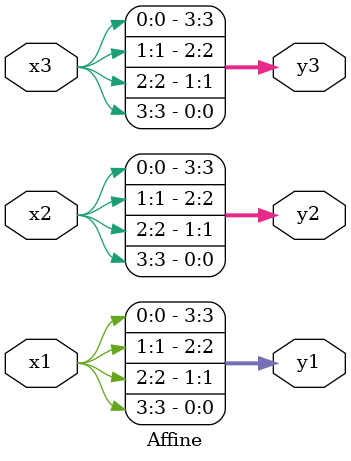
<source format=v>
/*
* -----------------------------------------------------------------
* COMPANY : Ruhr University Bochum
* AUTHOR  : Amir Moradi amir.moradi@rub.de Aein Rezaei Shahmirzadi aein.rezaeishahmirzadi@rub.de
* DOCUMENT: "Second-Order SCA Security with almost no Fresh Randomness" TCHES 2021, Issue 3
* -----------------------------------------------------------------
*
* Copyright c 2021, Amir Moradi, Aein Rezaei Shahmirzadi
*
* All rights reserved.
*
* THIS SOFTWARE IS PROVIDED BY THE COPYRIGHT HOLDERS AND CONTRIBUTORS "AS IS" AND
* ANY EXPRESS OR IMPLIED WARRANTIES, INCLUDING, BUT NOT LIMITED TO, THE IMPLIED
* WARRANTIES OF MERCHANTABILITY AND FITNESS FOR A PARTICULAR PURPOSE ARE
* DISCLAIMED. IN NO EVENT SHALL THE COPYRIGHT HOLDER OR CONTRIBUTERS BE LIABLE FOR ANY
* DIRECT, INDIRECT, INCIDENTAL, SPECIAL, EXEMPLARY, OR CONSEQUENTIAL DAMAGES
* INCLUDING, BUT NOT LIMITED TO, PROCUREMENT OF SUBSTITUTE GOODS OR SERVICES;
* LOSS OF USE, DATA, OR PROFITS; OR BUSINESS INTERRUPTION HOWEVER CAUSED AND
* ON ANY THEORY OF LIABILITY, WHETHER IN CONTRACT, STRICT LIABILITY, OR TORT
* INCLUDING NEGLIGENCE OR OTHERWISE ARISING IN ANY WAY OUT OF THE USE OF THIS
* SOFTWARE, EVEN IF ADVISED OF THE POSSIBILITY OF SUCH DAMAGE.
*
* Please see LICENSE and README for license and further instructions.
*/

module Affine(
    input [3:0] x1,
    input [3:0] x2,
    input [3:0] x3,
    output [3:0] y1,
    output [3:0] y2,
    output [3:0] y3
    );

	parameter num = 1;
	
	wire [3:0] notx1;
	assign notx1 = ~x1;
	
	generate
		if(num == 1) begin
			assign y1 = {x1[0],x1[1],x1[2],x1[3]};
			assign y2 = {x2[0],x2[1],x2[2],x2[3]};
			assign y3 = {x3[0],x3[1],x3[2],x3[3]};
		end
		if(num == 2) begin
			assign y1 = {notx1[3],notx1[2],notx1[0],notx1[1]};
			assign y2 = {x2[3],x2[2],x2[0],x2[1]};
			assign y3 = {x3[3],x3[2],x3[0],x3[1]};
		end
   endgenerate

endmodule

</source>
